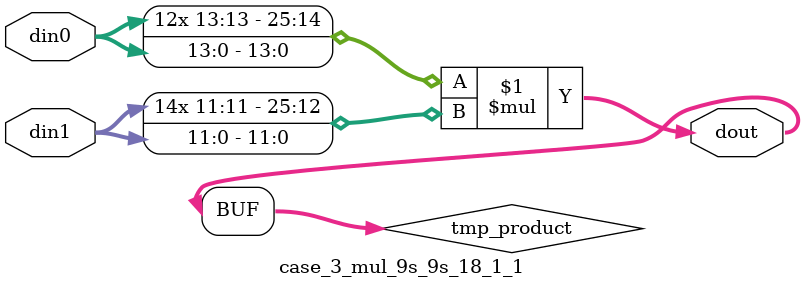
<source format=v>

`timescale 1 ns / 1 ps

 (* use_dsp = "no" *)  module case_3_mul_9s_9s_18_1_1(din0, din1, dout);
parameter ID = 1;
parameter NUM_STAGE = 0;
parameter din0_WIDTH = 14;
parameter din1_WIDTH = 12;
parameter dout_WIDTH = 26;

input [din0_WIDTH - 1 : 0] din0; 
input [din1_WIDTH - 1 : 0] din1; 
output [dout_WIDTH - 1 : 0] dout;

wire signed [dout_WIDTH - 1 : 0] tmp_product;



























assign tmp_product = $signed(din0) * $signed(din1);








assign dout = tmp_product;





















endmodule

</source>
